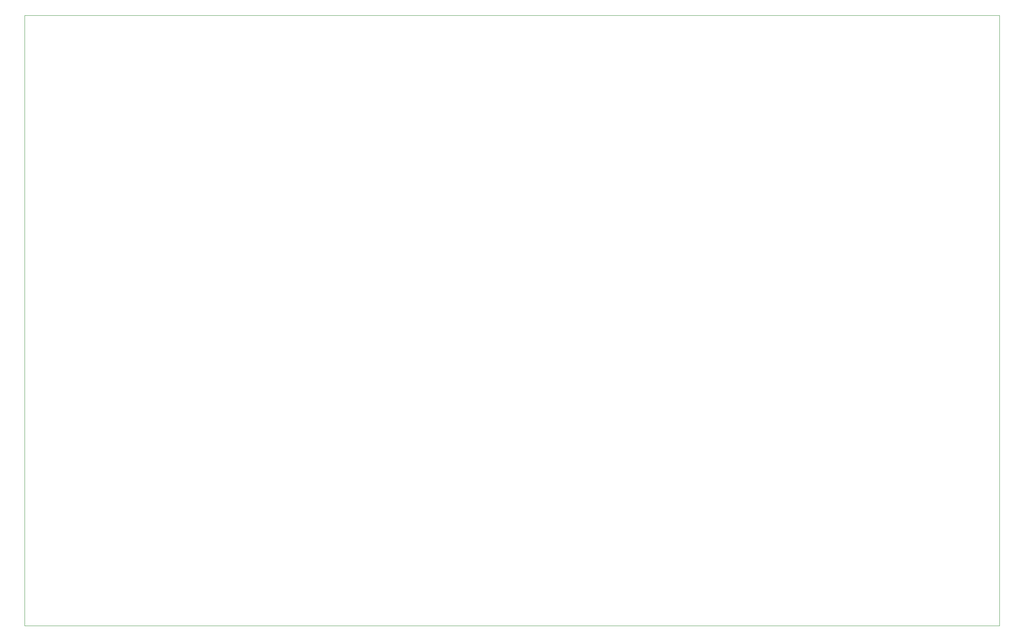
<source format=gbr>
%TF.GenerationSoftware,KiCad,Pcbnew,7.0.8*%
%TF.CreationDate,2024-02-21T10:41:43-05:00*%
%TF.ProjectId,Quad Joystick Mixer,51756164-204a-46f7-9973-7469636b204d,rev?*%
%TF.SameCoordinates,Original*%
%TF.FileFunction,Profile,NP*%
%FSLAX46Y46*%
G04 Gerber Fmt 4.6, Leading zero omitted, Abs format (unit mm)*
G04 Created by KiCad (PCBNEW 7.0.8) date 2024-02-21 10:41:43*
%MOMM*%
%LPD*%
G01*
G04 APERTURE LIST*
%TA.AperFunction,Profile*%
%ADD10C,0.100000*%
%TD*%
G04 APERTURE END LIST*
D10*
X31488750Y-29511250D02*
X246488750Y-29511250D01*
X246488750Y-164261250D01*
X31488750Y-164261250D01*
X31488750Y-29511250D01*
M02*

</source>
